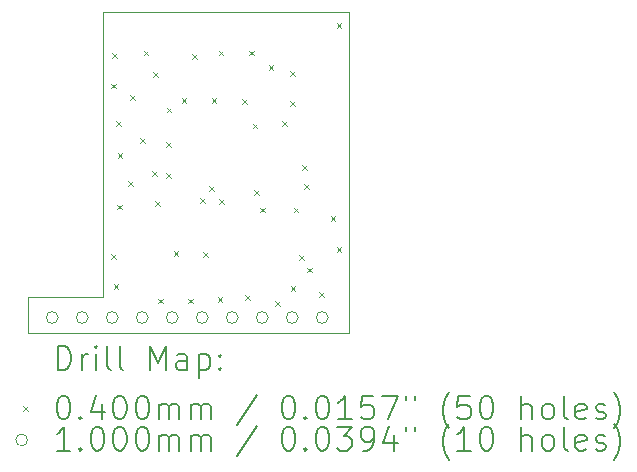
<source format=gbr>
%FSLAX45Y45*%
G04 Gerber Fmt 4.5, Leading zero omitted, Abs format (unit mm)*
G04 Created by KiCad (PCBNEW 6.0.2+dfsg-1) date 2023-09-07 15:13:34*
%MOMM*%
%LPD*%
G01*
G04 APERTURE LIST*
%TA.AperFunction,Profile*%
%ADD10C,0.100000*%
%TD*%
%ADD11C,0.200000*%
%ADD12C,0.040000*%
%ADD13C,0.100000*%
G04 APERTURE END LIST*
D10*
X13055600Y-10236200D02*
X15138400Y-10236200D01*
X13055600Y-12649200D02*
X13055600Y-10236200D01*
X12420600Y-12649200D02*
X13055600Y-12649200D01*
X12420600Y-12954000D02*
X12420600Y-12649200D01*
X15138400Y-12954000D02*
X15138400Y-10236200D01*
X15113000Y-12954000D02*
X15138400Y-12954000D01*
X15087600Y-12954000D02*
X15113000Y-12954000D01*
X12420600Y-12954000D02*
X15087600Y-12954000D01*
D11*
D12*
X13121000Y-10845706D02*
X13161000Y-10885706D01*
X13161000Y-10845706D02*
X13121000Y-10885706D01*
X13123937Y-12288889D02*
X13163937Y-12328889D01*
X13163937Y-12288889D02*
X13123937Y-12328889D01*
X13134247Y-10591482D02*
X13174247Y-10631482D01*
X13174247Y-10591482D02*
X13134247Y-10631482D01*
X13143616Y-12542784D02*
X13183616Y-12582784D01*
X13183616Y-12542784D02*
X13143616Y-12582784D01*
X13166250Y-11167044D02*
X13206250Y-11207044D01*
X13206250Y-11167044D02*
X13166250Y-11207044D01*
X13176253Y-11871400D02*
X13216253Y-11911400D01*
X13216253Y-11871400D02*
X13176253Y-11911400D01*
X13177352Y-11434660D02*
X13217352Y-11474660D01*
X13217352Y-11434660D02*
X13177352Y-11474660D01*
X13267850Y-11669266D02*
X13307850Y-11709266D01*
X13307850Y-11669266D02*
X13267850Y-11709266D01*
X13286608Y-10944270D02*
X13326608Y-10984270D01*
X13326608Y-10944270D02*
X13286608Y-10984270D01*
X13365800Y-11308400D02*
X13405800Y-11348400D01*
X13405800Y-11308400D02*
X13365800Y-11348400D01*
X13397679Y-10567072D02*
X13437679Y-10607072D01*
X13437679Y-10567072D02*
X13397679Y-10607072D01*
X13467400Y-11587800D02*
X13507400Y-11627800D01*
X13507400Y-11587800D02*
X13467400Y-11627800D01*
X13478725Y-10752153D02*
X13518725Y-10792153D01*
X13518725Y-10752153D02*
X13478725Y-10792153D01*
X13492800Y-11841800D02*
X13532800Y-11881800D01*
X13532800Y-11841800D02*
X13492800Y-11881800D01*
X13521850Y-12666930D02*
X13561850Y-12706930D01*
X13561850Y-12666930D02*
X13521850Y-12706930D01*
X13591156Y-11343513D02*
X13631156Y-11383513D01*
X13631156Y-11343513D02*
X13591156Y-11383513D01*
X13591502Y-11606671D02*
X13631502Y-11646671D01*
X13631502Y-11606671D02*
X13591502Y-11646671D01*
X13593311Y-11051137D02*
X13633311Y-11091137D01*
X13633311Y-11051137D02*
X13593311Y-11091137D01*
X13651679Y-12267072D02*
X13691679Y-12307072D01*
X13691679Y-12267072D02*
X13651679Y-12307072D01*
X13719816Y-10971400D02*
X13759816Y-11011400D01*
X13759816Y-10971400D02*
X13719816Y-11011400D01*
X13774182Y-12668104D02*
X13814182Y-12708104D01*
X13814182Y-12668104D02*
X13774182Y-12708104D01*
X13805950Y-10597157D02*
X13845950Y-10637157D01*
X13845950Y-10597157D02*
X13805950Y-10637157D01*
X13874103Y-11815355D02*
X13914103Y-11855355D01*
X13914103Y-11815355D02*
X13874103Y-11855355D01*
X13899200Y-12273600D02*
X13939200Y-12313600D01*
X13939200Y-12273600D02*
X13899200Y-12313600D01*
X13950000Y-11714800D02*
X13990000Y-11754800D01*
X13990000Y-11714800D02*
X13950000Y-11754800D01*
X13974906Y-10971400D02*
X14014906Y-11011400D01*
X14014906Y-10971400D02*
X13974906Y-11011400D01*
X14025762Y-12656284D02*
X14065762Y-12696284D01*
X14065762Y-12656284D02*
X14025762Y-12696284D01*
X14032679Y-10567072D02*
X14072679Y-10607072D01*
X14072679Y-10567072D02*
X14032679Y-10607072D01*
X14036532Y-11824631D02*
X14076532Y-11864631D01*
X14076532Y-11824631D02*
X14036532Y-11864631D01*
X14231352Y-10975619D02*
X14271352Y-11015619D01*
X14271352Y-10975619D02*
X14231352Y-11015619D01*
X14255311Y-12636444D02*
X14295311Y-12676444D01*
X14295311Y-12636444D02*
X14255311Y-12676444D01*
X14288875Y-10567289D02*
X14328875Y-10607289D01*
X14328875Y-10567289D02*
X14288875Y-10607289D01*
X14322103Y-11185050D02*
X14362103Y-11225050D01*
X14362103Y-11185050D02*
X14322103Y-11225050D01*
X14332480Y-11750242D02*
X14372480Y-11790242D01*
X14372480Y-11750242D02*
X14332480Y-11790242D01*
X14384505Y-11896750D02*
X14424505Y-11936750D01*
X14424505Y-11896750D02*
X14384505Y-11936750D01*
X14456546Y-10692850D02*
X14496546Y-10732850D01*
X14496546Y-10692850D02*
X14456546Y-10732850D01*
X14513336Y-12687743D02*
X14553336Y-12727743D01*
X14553336Y-12687743D02*
X14513336Y-12727743D01*
X14572966Y-11161950D02*
X14612966Y-11201950D01*
X14612966Y-11161950D02*
X14572966Y-11201950D01*
X14639450Y-10740749D02*
X14679450Y-10780749D01*
X14679450Y-10740749D02*
X14639450Y-10780749D01*
X14639450Y-10997631D02*
X14679450Y-11037631D01*
X14679450Y-10997631D02*
X14639450Y-11037631D01*
X14643322Y-12560228D02*
X14683322Y-12600228D01*
X14683322Y-12560228D02*
X14643322Y-12600228D01*
X14669352Y-11897163D02*
X14709352Y-11937163D01*
X14709352Y-11897163D02*
X14669352Y-11937163D01*
X14712000Y-12299000D02*
X14752000Y-12339000D01*
X14752000Y-12299000D02*
X14712000Y-12339000D01*
X14737400Y-11537000D02*
X14777400Y-11577000D01*
X14777400Y-11537000D02*
X14737400Y-11577000D01*
X14757229Y-11699060D02*
X14797229Y-11739060D01*
X14797229Y-11699060D02*
X14757229Y-11739060D01*
X14782822Y-12405176D02*
X14822822Y-12445176D01*
X14822822Y-12405176D02*
X14782822Y-12445176D01*
X14885635Y-12610360D02*
X14925635Y-12650360D01*
X14925635Y-12610360D02*
X14885635Y-12650360D01*
X14980905Y-11971216D02*
X15020905Y-12011216D01*
X15020905Y-11971216D02*
X14980905Y-12011216D01*
X15033000Y-10336600D02*
X15073000Y-10376600D01*
X15073000Y-10336600D02*
X15033000Y-10376600D01*
X15033000Y-12228800D02*
X15073000Y-12268800D01*
X15073000Y-12228800D02*
X15033000Y-12268800D01*
D13*
X12673800Y-12827000D02*
G75*
G03*
X12673800Y-12827000I-50000J0D01*
G01*
X12927800Y-12827000D02*
G75*
G03*
X12927800Y-12827000I-50000J0D01*
G01*
X13181800Y-12827000D02*
G75*
G03*
X13181800Y-12827000I-50000J0D01*
G01*
X13435800Y-12827000D02*
G75*
G03*
X13435800Y-12827000I-50000J0D01*
G01*
X13689800Y-12827000D02*
G75*
G03*
X13689800Y-12827000I-50000J0D01*
G01*
X13943800Y-12827000D02*
G75*
G03*
X13943800Y-12827000I-50000J0D01*
G01*
X14197800Y-12827000D02*
G75*
G03*
X14197800Y-12827000I-50000J0D01*
G01*
X14451800Y-12827000D02*
G75*
G03*
X14451800Y-12827000I-50000J0D01*
G01*
X14705800Y-12827000D02*
G75*
G03*
X14705800Y-12827000I-50000J0D01*
G01*
X14959800Y-12827000D02*
G75*
G03*
X14959800Y-12827000I-50000J0D01*
G01*
D11*
X12673219Y-13269476D02*
X12673219Y-13069476D01*
X12720838Y-13069476D01*
X12749409Y-13079000D01*
X12768457Y-13098048D01*
X12777981Y-13117095D01*
X12787505Y-13155190D01*
X12787505Y-13183762D01*
X12777981Y-13221857D01*
X12768457Y-13240905D01*
X12749409Y-13259952D01*
X12720838Y-13269476D01*
X12673219Y-13269476D01*
X12873219Y-13269476D02*
X12873219Y-13136143D01*
X12873219Y-13174238D02*
X12882743Y-13155190D01*
X12892267Y-13145667D01*
X12911314Y-13136143D01*
X12930362Y-13136143D01*
X12997028Y-13269476D02*
X12997028Y-13136143D01*
X12997028Y-13069476D02*
X12987505Y-13079000D01*
X12997028Y-13088524D01*
X13006552Y-13079000D01*
X12997028Y-13069476D01*
X12997028Y-13088524D01*
X13120838Y-13269476D02*
X13101790Y-13259952D01*
X13092267Y-13240905D01*
X13092267Y-13069476D01*
X13225600Y-13269476D02*
X13206552Y-13259952D01*
X13197028Y-13240905D01*
X13197028Y-13069476D01*
X13454171Y-13269476D02*
X13454171Y-13069476D01*
X13520838Y-13212333D01*
X13587505Y-13069476D01*
X13587505Y-13269476D01*
X13768457Y-13269476D02*
X13768457Y-13164714D01*
X13758933Y-13145667D01*
X13739886Y-13136143D01*
X13701790Y-13136143D01*
X13682743Y-13145667D01*
X13768457Y-13259952D02*
X13749409Y-13269476D01*
X13701790Y-13269476D01*
X13682743Y-13259952D01*
X13673219Y-13240905D01*
X13673219Y-13221857D01*
X13682743Y-13202809D01*
X13701790Y-13193286D01*
X13749409Y-13193286D01*
X13768457Y-13183762D01*
X13863695Y-13136143D02*
X13863695Y-13336143D01*
X13863695Y-13145667D02*
X13882743Y-13136143D01*
X13920838Y-13136143D01*
X13939886Y-13145667D01*
X13949409Y-13155190D01*
X13958933Y-13174238D01*
X13958933Y-13231381D01*
X13949409Y-13250428D01*
X13939886Y-13259952D01*
X13920838Y-13269476D01*
X13882743Y-13269476D01*
X13863695Y-13259952D01*
X14044648Y-13250428D02*
X14054171Y-13259952D01*
X14044648Y-13269476D01*
X14035124Y-13259952D01*
X14044648Y-13250428D01*
X14044648Y-13269476D01*
X14044648Y-13145667D02*
X14054171Y-13155190D01*
X14044648Y-13164714D01*
X14035124Y-13155190D01*
X14044648Y-13145667D01*
X14044648Y-13164714D01*
D12*
X12375600Y-13579000D02*
X12415600Y-13619000D01*
X12415600Y-13579000D02*
X12375600Y-13619000D01*
D11*
X12711314Y-13489476D02*
X12730362Y-13489476D01*
X12749409Y-13499000D01*
X12758933Y-13508524D01*
X12768457Y-13527571D01*
X12777981Y-13565667D01*
X12777981Y-13613286D01*
X12768457Y-13651381D01*
X12758933Y-13670428D01*
X12749409Y-13679952D01*
X12730362Y-13689476D01*
X12711314Y-13689476D01*
X12692267Y-13679952D01*
X12682743Y-13670428D01*
X12673219Y-13651381D01*
X12663695Y-13613286D01*
X12663695Y-13565667D01*
X12673219Y-13527571D01*
X12682743Y-13508524D01*
X12692267Y-13499000D01*
X12711314Y-13489476D01*
X12863695Y-13670428D02*
X12873219Y-13679952D01*
X12863695Y-13689476D01*
X12854171Y-13679952D01*
X12863695Y-13670428D01*
X12863695Y-13689476D01*
X13044648Y-13556143D02*
X13044648Y-13689476D01*
X12997028Y-13479952D02*
X12949409Y-13622809D01*
X13073219Y-13622809D01*
X13187505Y-13489476D02*
X13206552Y-13489476D01*
X13225600Y-13499000D01*
X13235124Y-13508524D01*
X13244648Y-13527571D01*
X13254171Y-13565667D01*
X13254171Y-13613286D01*
X13244648Y-13651381D01*
X13235124Y-13670428D01*
X13225600Y-13679952D01*
X13206552Y-13689476D01*
X13187505Y-13689476D01*
X13168457Y-13679952D01*
X13158933Y-13670428D01*
X13149409Y-13651381D01*
X13139886Y-13613286D01*
X13139886Y-13565667D01*
X13149409Y-13527571D01*
X13158933Y-13508524D01*
X13168457Y-13499000D01*
X13187505Y-13489476D01*
X13377981Y-13489476D02*
X13397028Y-13489476D01*
X13416076Y-13499000D01*
X13425600Y-13508524D01*
X13435124Y-13527571D01*
X13444648Y-13565667D01*
X13444648Y-13613286D01*
X13435124Y-13651381D01*
X13425600Y-13670428D01*
X13416076Y-13679952D01*
X13397028Y-13689476D01*
X13377981Y-13689476D01*
X13358933Y-13679952D01*
X13349409Y-13670428D01*
X13339886Y-13651381D01*
X13330362Y-13613286D01*
X13330362Y-13565667D01*
X13339886Y-13527571D01*
X13349409Y-13508524D01*
X13358933Y-13499000D01*
X13377981Y-13489476D01*
X13530362Y-13689476D02*
X13530362Y-13556143D01*
X13530362Y-13575190D02*
X13539886Y-13565667D01*
X13558933Y-13556143D01*
X13587505Y-13556143D01*
X13606552Y-13565667D01*
X13616076Y-13584714D01*
X13616076Y-13689476D01*
X13616076Y-13584714D02*
X13625600Y-13565667D01*
X13644648Y-13556143D01*
X13673219Y-13556143D01*
X13692267Y-13565667D01*
X13701790Y-13584714D01*
X13701790Y-13689476D01*
X13797028Y-13689476D02*
X13797028Y-13556143D01*
X13797028Y-13575190D02*
X13806552Y-13565667D01*
X13825600Y-13556143D01*
X13854171Y-13556143D01*
X13873219Y-13565667D01*
X13882743Y-13584714D01*
X13882743Y-13689476D01*
X13882743Y-13584714D02*
X13892267Y-13565667D01*
X13911314Y-13556143D01*
X13939886Y-13556143D01*
X13958933Y-13565667D01*
X13968457Y-13584714D01*
X13968457Y-13689476D01*
X14358933Y-13479952D02*
X14187505Y-13737095D01*
X14616076Y-13489476D02*
X14635124Y-13489476D01*
X14654171Y-13499000D01*
X14663695Y-13508524D01*
X14673219Y-13527571D01*
X14682743Y-13565667D01*
X14682743Y-13613286D01*
X14673219Y-13651381D01*
X14663695Y-13670428D01*
X14654171Y-13679952D01*
X14635124Y-13689476D01*
X14616076Y-13689476D01*
X14597028Y-13679952D01*
X14587505Y-13670428D01*
X14577981Y-13651381D01*
X14568457Y-13613286D01*
X14568457Y-13565667D01*
X14577981Y-13527571D01*
X14587505Y-13508524D01*
X14597028Y-13499000D01*
X14616076Y-13489476D01*
X14768457Y-13670428D02*
X14777981Y-13679952D01*
X14768457Y-13689476D01*
X14758933Y-13679952D01*
X14768457Y-13670428D01*
X14768457Y-13689476D01*
X14901790Y-13489476D02*
X14920838Y-13489476D01*
X14939886Y-13499000D01*
X14949409Y-13508524D01*
X14958933Y-13527571D01*
X14968457Y-13565667D01*
X14968457Y-13613286D01*
X14958933Y-13651381D01*
X14949409Y-13670428D01*
X14939886Y-13679952D01*
X14920838Y-13689476D01*
X14901790Y-13689476D01*
X14882743Y-13679952D01*
X14873219Y-13670428D01*
X14863695Y-13651381D01*
X14854171Y-13613286D01*
X14854171Y-13565667D01*
X14863695Y-13527571D01*
X14873219Y-13508524D01*
X14882743Y-13499000D01*
X14901790Y-13489476D01*
X15158933Y-13689476D02*
X15044648Y-13689476D01*
X15101790Y-13689476D02*
X15101790Y-13489476D01*
X15082743Y-13518048D01*
X15063695Y-13537095D01*
X15044648Y-13546619D01*
X15339886Y-13489476D02*
X15244648Y-13489476D01*
X15235124Y-13584714D01*
X15244648Y-13575190D01*
X15263695Y-13565667D01*
X15311314Y-13565667D01*
X15330362Y-13575190D01*
X15339886Y-13584714D01*
X15349409Y-13603762D01*
X15349409Y-13651381D01*
X15339886Y-13670428D01*
X15330362Y-13679952D01*
X15311314Y-13689476D01*
X15263695Y-13689476D01*
X15244648Y-13679952D01*
X15235124Y-13670428D01*
X15416076Y-13489476D02*
X15549409Y-13489476D01*
X15463695Y-13689476D01*
X15616076Y-13489476D02*
X15616076Y-13527571D01*
X15692267Y-13489476D02*
X15692267Y-13527571D01*
X15987505Y-13765667D02*
X15977981Y-13756143D01*
X15958933Y-13727571D01*
X15949409Y-13708524D01*
X15939886Y-13679952D01*
X15930362Y-13632333D01*
X15930362Y-13594238D01*
X15939886Y-13546619D01*
X15949409Y-13518048D01*
X15958933Y-13499000D01*
X15977981Y-13470428D01*
X15987505Y-13460905D01*
X16158933Y-13489476D02*
X16063695Y-13489476D01*
X16054171Y-13584714D01*
X16063695Y-13575190D01*
X16082743Y-13565667D01*
X16130362Y-13565667D01*
X16149409Y-13575190D01*
X16158933Y-13584714D01*
X16168457Y-13603762D01*
X16168457Y-13651381D01*
X16158933Y-13670428D01*
X16149409Y-13679952D01*
X16130362Y-13689476D01*
X16082743Y-13689476D01*
X16063695Y-13679952D01*
X16054171Y-13670428D01*
X16292267Y-13489476D02*
X16311314Y-13489476D01*
X16330362Y-13499000D01*
X16339886Y-13508524D01*
X16349409Y-13527571D01*
X16358933Y-13565667D01*
X16358933Y-13613286D01*
X16349409Y-13651381D01*
X16339886Y-13670428D01*
X16330362Y-13679952D01*
X16311314Y-13689476D01*
X16292267Y-13689476D01*
X16273219Y-13679952D01*
X16263695Y-13670428D01*
X16254171Y-13651381D01*
X16244648Y-13613286D01*
X16244648Y-13565667D01*
X16254171Y-13527571D01*
X16263695Y-13508524D01*
X16273219Y-13499000D01*
X16292267Y-13489476D01*
X16597028Y-13689476D02*
X16597028Y-13489476D01*
X16682743Y-13689476D02*
X16682743Y-13584714D01*
X16673219Y-13565667D01*
X16654171Y-13556143D01*
X16625600Y-13556143D01*
X16606552Y-13565667D01*
X16597028Y-13575190D01*
X16806552Y-13689476D02*
X16787505Y-13679952D01*
X16777981Y-13670428D01*
X16768457Y-13651381D01*
X16768457Y-13594238D01*
X16777981Y-13575190D01*
X16787505Y-13565667D01*
X16806552Y-13556143D01*
X16835124Y-13556143D01*
X16854171Y-13565667D01*
X16863695Y-13575190D01*
X16873219Y-13594238D01*
X16873219Y-13651381D01*
X16863695Y-13670428D01*
X16854171Y-13679952D01*
X16835124Y-13689476D01*
X16806552Y-13689476D01*
X16987505Y-13689476D02*
X16968457Y-13679952D01*
X16958933Y-13660905D01*
X16958933Y-13489476D01*
X17139886Y-13679952D02*
X17120838Y-13689476D01*
X17082743Y-13689476D01*
X17063695Y-13679952D01*
X17054171Y-13660905D01*
X17054171Y-13584714D01*
X17063695Y-13565667D01*
X17082743Y-13556143D01*
X17120838Y-13556143D01*
X17139886Y-13565667D01*
X17149410Y-13584714D01*
X17149410Y-13603762D01*
X17054171Y-13622809D01*
X17225600Y-13679952D02*
X17244648Y-13689476D01*
X17282743Y-13689476D01*
X17301790Y-13679952D01*
X17311314Y-13660905D01*
X17311314Y-13651381D01*
X17301790Y-13632333D01*
X17282743Y-13622809D01*
X17254171Y-13622809D01*
X17235124Y-13613286D01*
X17225600Y-13594238D01*
X17225600Y-13584714D01*
X17235124Y-13565667D01*
X17254171Y-13556143D01*
X17282743Y-13556143D01*
X17301790Y-13565667D01*
X17377981Y-13765667D02*
X17387505Y-13756143D01*
X17406552Y-13727571D01*
X17416076Y-13708524D01*
X17425600Y-13679952D01*
X17435124Y-13632333D01*
X17435124Y-13594238D01*
X17425600Y-13546619D01*
X17416076Y-13518048D01*
X17406552Y-13499000D01*
X17387505Y-13470428D01*
X17377981Y-13460905D01*
D13*
X12415600Y-13863000D02*
G75*
G03*
X12415600Y-13863000I-50000J0D01*
G01*
D11*
X12777981Y-13953476D02*
X12663695Y-13953476D01*
X12720838Y-13953476D02*
X12720838Y-13753476D01*
X12701790Y-13782048D01*
X12682743Y-13801095D01*
X12663695Y-13810619D01*
X12863695Y-13934428D02*
X12873219Y-13943952D01*
X12863695Y-13953476D01*
X12854171Y-13943952D01*
X12863695Y-13934428D01*
X12863695Y-13953476D01*
X12997028Y-13753476D02*
X13016076Y-13753476D01*
X13035124Y-13763000D01*
X13044648Y-13772524D01*
X13054171Y-13791571D01*
X13063695Y-13829667D01*
X13063695Y-13877286D01*
X13054171Y-13915381D01*
X13044648Y-13934428D01*
X13035124Y-13943952D01*
X13016076Y-13953476D01*
X12997028Y-13953476D01*
X12977981Y-13943952D01*
X12968457Y-13934428D01*
X12958933Y-13915381D01*
X12949409Y-13877286D01*
X12949409Y-13829667D01*
X12958933Y-13791571D01*
X12968457Y-13772524D01*
X12977981Y-13763000D01*
X12997028Y-13753476D01*
X13187505Y-13753476D02*
X13206552Y-13753476D01*
X13225600Y-13763000D01*
X13235124Y-13772524D01*
X13244648Y-13791571D01*
X13254171Y-13829667D01*
X13254171Y-13877286D01*
X13244648Y-13915381D01*
X13235124Y-13934428D01*
X13225600Y-13943952D01*
X13206552Y-13953476D01*
X13187505Y-13953476D01*
X13168457Y-13943952D01*
X13158933Y-13934428D01*
X13149409Y-13915381D01*
X13139886Y-13877286D01*
X13139886Y-13829667D01*
X13149409Y-13791571D01*
X13158933Y-13772524D01*
X13168457Y-13763000D01*
X13187505Y-13753476D01*
X13377981Y-13753476D02*
X13397028Y-13753476D01*
X13416076Y-13763000D01*
X13425600Y-13772524D01*
X13435124Y-13791571D01*
X13444648Y-13829667D01*
X13444648Y-13877286D01*
X13435124Y-13915381D01*
X13425600Y-13934428D01*
X13416076Y-13943952D01*
X13397028Y-13953476D01*
X13377981Y-13953476D01*
X13358933Y-13943952D01*
X13349409Y-13934428D01*
X13339886Y-13915381D01*
X13330362Y-13877286D01*
X13330362Y-13829667D01*
X13339886Y-13791571D01*
X13349409Y-13772524D01*
X13358933Y-13763000D01*
X13377981Y-13753476D01*
X13530362Y-13953476D02*
X13530362Y-13820143D01*
X13530362Y-13839190D02*
X13539886Y-13829667D01*
X13558933Y-13820143D01*
X13587505Y-13820143D01*
X13606552Y-13829667D01*
X13616076Y-13848714D01*
X13616076Y-13953476D01*
X13616076Y-13848714D02*
X13625600Y-13829667D01*
X13644648Y-13820143D01*
X13673219Y-13820143D01*
X13692267Y-13829667D01*
X13701790Y-13848714D01*
X13701790Y-13953476D01*
X13797028Y-13953476D02*
X13797028Y-13820143D01*
X13797028Y-13839190D02*
X13806552Y-13829667D01*
X13825600Y-13820143D01*
X13854171Y-13820143D01*
X13873219Y-13829667D01*
X13882743Y-13848714D01*
X13882743Y-13953476D01*
X13882743Y-13848714D02*
X13892267Y-13829667D01*
X13911314Y-13820143D01*
X13939886Y-13820143D01*
X13958933Y-13829667D01*
X13968457Y-13848714D01*
X13968457Y-13953476D01*
X14358933Y-13743952D02*
X14187505Y-14001095D01*
X14616076Y-13753476D02*
X14635124Y-13753476D01*
X14654171Y-13763000D01*
X14663695Y-13772524D01*
X14673219Y-13791571D01*
X14682743Y-13829667D01*
X14682743Y-13877286D01*
X14673219Y-13915381D01*
X14663695Y-13934428D01*
X14654171Y-13943952D01*
X14635124Y-13953476D01*
X14616076Y-13953476D01*
X14597028Y-13943952D01*
X14587505Y-13934428D01*
X14577981Y-13915381D01*
X14568457Y-13877286D01*
X14568457Y-13829667D01*
X14577981Y-13791571D01*
X14587505Y-13772524D01*
X14597028Y-13763000D01*
X14616076Y-13753476D01*
X14768457Y-13934428D02*
X14777981Y-13943952D01*
X14768457Y-13953476D01*
X14758933Y-13943952D01*
X14768457Y-13934428D01*
X14768457Y-13953476D01*
X14901790Y-13753476D02*
X14920838Y-13753476D01*
X14939886Y-13763000D01*
X14949409Y-13772524D01*
X14958933Y-13791571D01*
X14968457Y-13829667D01*
X14968457Y-13877286D01*
X14958933Y-13915381D01*
X14949409Y-13934428D01*
X14939886Y-13943952D01*
X14920838Y-13953476D01*
X14901790Y-13953476D01*
X14882743Y-13943952D01*
X14873219Y-13934428D01*
X14863695Y-13915381D01*
X14854171Y-13877286D01*
X14854171Y-13829667D01*
X14863695Y-13791571D01*
X14873219Y-13772524D01*
X14882743Y-13763000D01*
X14901790Y-13753476D01*
X15035124Y-13753476D02*
X15158933Y-13753476D01*
X15092267Y-13829667D01*
X15120838Y-13829667D01*
X15139886Y-13839190D01*
X15149409Y-13848714D01*
X15158933Y-13867762D01*
X15158933Y-13915381D01*
X15149409Y-13934428D01*
X15139886Y-13943952D01*
X15120838Y-13953476D01*
X15063695Y-13953476D01*
X15044648Y-13943952D01*
X15035124Y-13934428D01*
X15254171Y-13953476D02*
X15292267Y-13953476D01*
X15311314Y-13943952D01*
X15320838Y-13934428D01*
X15339886Y-13905857D01*
X15349409Y-13867762D01*
X15349409Y-13791571D01*
X15339886Y-13772524D01*
X15330362Y-13763000D01*
X15311314Y-13753476D01*
X15273219Y-13753476D01*
X15254171Y-13763000D01*
X15244648Y-13772524D01*
X15235124Y-13791571D01*
X15235124Y-13839190D01*
X15244648Y-13858238D01*
X15254171Y-13867762D01*
X15273219Y-13877286D01*
X15311314Y-13877286D01*
X15330362Y-13867762D01*
X15339886Y-13858238D01*
X15349409Y-13839190D01*
X15520838Y-13820143D02*
X15520838Y-13953476D01*
X15473219Y-13743952D02*
X15425600Y-13886809D01*
X15549409Y-13886809D01*
X15616076Y-13753476D02*
X15616076Y-13791571D01*
X15692267Y-13753476D02*
X15692267Y-13791571D01*
X15987505Y-14029667D02*
X15977981Y-14020143D01*
X15958933Y-13991571D01*
X15949409Y-13972524D01*
X15939886Y-13943952D01*
X15930362Y-13896333D01*
X15930362Y-13858238D01*
X15939886Y-13810619D01*
X15949409Y-13782048D01*
X15958933Y-13763000D01*
X15977981Y-13734428D01*
X15987505Y-13724905D01*
X16168457Y-13953476D02*
X16054171Y-13953476D01*
X16111314Y-13953476D02*
X16111314Y-13753476D01*
X16092267Y-13782048D01*
X16073219Y-13801095D01*
X16054171Y-13810619D01*
X16292267Y-13753476D02*
X16311314Y-13753476D01*
X16330362Y-13763000D01*
X16339886Y-13772524D01*
X16349409Y-13791571D01*
X16358933Y-13829667D01*
X16358933Y-13877286D01*
X16349409Y-13915381D01*
X16339886Y-13934428D01*
X16330362Y-13943952D01*
X16311314Y-13953476D01*
X16292267Y-13953476D01*
X16273219Y-13943952D01*
X16263695Y-13934428D01*
X16254171Y-13915381D01*
X16244648Y-13877286D01*
X16244648Y-13829667D01*
X16254171Y-13791571D01*
X16263695Y-13772524D01*
X16273219Y-13763000D01*
X16292267Y-13753476D01*
X16597028Y-13953476D02*
X16597028Y-13753476D01*
X16682743Y-13953476D02*
X16682743Y-13848714D01*
X16673219Y-13829667D01*
X16654171Y-13820143D01*
X16625600Y-13820143D01*
X16606552Y-13829667D01*
X16597028Y-13839190D01*
X16806552Y-13953476D02*
X16787505Y-13943952D01*
X16777981Y-13934428D01*
X16768457Y-13915381D01*
X16768457Y-13858238D01*
X16777981Y-13839190D01*
X16787505Y-13829667D01*
X16806552Y-13820143D01*
X16835124Y-13820143D01*
X16854171Y-13829667D01*
X16863695Y-13839190D01*
X16873219Y-13858238D01*
X16873219Y-13915381D01*
X16863695Y-13934428D01*
X16854171Y-13943952D01*
X16835124Y-13953476D01*
X16806552Y-13953476D01*
X16987505Y-13953476D02*
X16968457Y-13943952D01*
X16958933Y-13924905D01*
X16958933Y-13753476D01*
X17139886Y-13943952D02*
X17120838Y-13953476D01*
X17082743Y-13953476D01*
X17063695Y-13943952D01*
X17054171Y-13924905D01*
X17054171Y-13848714D01*
X17063695Y-13829667D01*
X17082743Y-13820143D01*
X17120838Y-13820143D01*
X17139886Y-13829667D01*
X17149410Y-13848714D01*
X17149410Y-13867762D01*
X17054171Y-13886809D01*
X17225600Y-13943952D02*
X17244648Y-13953476D01*
X17282743Y-13953476D01*
X17301790Y-13943952D01*
X17311314Y-13924905D01*
X17311314Y-13915381D01*
X17301790Y-13896333D01*
X17282743Y-13886809D01*
X17254171Y-13886809D01*
X17235124Y-13877286D01*
X17225600Y-13858238D01*
X17225600Y-13848714D01*
X17235124Y-13829667D01*
X17254171Y-13820143D01*
X17282743Y-13820143D01*
X17301790Y-13829667D01*
X17377981Y-14029667D02*
X17387505Y-14020143D01*
X17406552Y-13991571D01*
X17416076Y-13972524D01*
X17425600Y-13943952D01*
X17435124Y-13896333D01*
X17435124Y-13858238D01*
X17425600Y-13810619D01*
X17416076Y-13782048D01*
X17406552Y-13763000D01*
X17387505Y-13734428D01*
X17377981Y-13724905D01*
M02*

</source>
